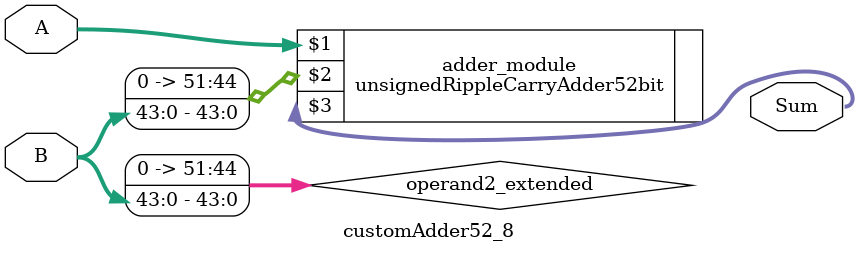
<source format=v>
module customAdder52_8(
                        input [51 : 0] A,
                        input [43 : 0] B,
                        
                        output [52 : 0] Sum
                );

        wire [51 : 0] operand2_extended;
        
        assign operand2_extended =  {8'b0, B};
        
        unsignedRippleCarryAdder52bit adder_module(
            A,
            operand2_extended,
            Sum
        );
        
        endmodule
        
</source>
